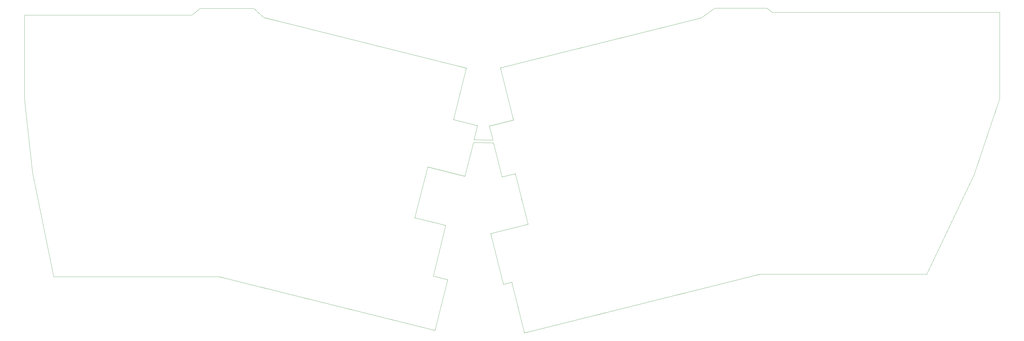
<source format=gbr>
%TF.GenerationSoftware,KiCad,Pcbnew,(5.1.7)-1*%
%TF.CreationDate,2021-08-08T11:48:14+10:00*%
%TF.ProjectId,ume,756d652e-6b69-4636-9164-5f7063625858,rev?*%
%TF.SameCoordinates,Original*%
%TF.FileFunction,Profile,NP*%
%FSLAX46Y46*%
G04 Gerber Fmt 4.6, Leading zero omitted, Abs format (unit mm)*
G04 Created by KiCad (PCBNEW (5.1.7)-1) date 2021-08-08 11:48:14*
%MOMM*%
%LPD*%
G01*
G04 APERTURE LIST*
%TA.AperFunction,Profile*%
%ADD10C,0.050000*%
%TD*%
G04 APERTURE END LIST*
D10*
X391400000Y-125300000D02*
X382100000Y-153000000D01*
X206800000Y-141400000D02*
X209900000Y-153800000D01*
X199500000Y-141300000D02*
X206800000Y-141400000D01*
X196400000Y-153600000D02*
X199500000Y-141300000D01*
X206600000Y-140400000D02*
X205300000Y-135300000D01*
X199700000Y-140300000D02*
X206600000Y-140400000D01*
X201000000Y-135100000D02*
X199700000Y-140300000D01*
X196900000Y-114100000D02*
X192200000Y-132900000D01*
X123000000Y-95700000D02*
X196900000Y-114100000D01*
X119400000Y-92400000D02*
X123000000Y-95700000D01*
X99800000Y-92400000D02*
X119400000Y-92400000D01*
X96800000Y-94800000D02*
X99800000Y-92400000D01*
X55300000Y-94800000D02*
X96800000Y-94800000D01*
X35800000Y-94800000D02*
X55300000Y-94800000D01*
X35800000Y-95000000D02*
X35800000Y-94800000D01*
X35800000Y-125300000D02*
X35800000Y-95000000D01*
X38700000Y-152300000D02*
X35800000Y-125300000D01*
X46400000Y-190200000D02*
X38700000Y-152300000D01*
X106800000Y-190200000D02*
X46400000Y-190200000D01*
X185500000Y-209800000D02*
X106800000Y-190200000D01*
X190100000Y-191300000D02*
X185500000Y-209800000D01*
X218100000Y-210700000D02*
X213500000Y-192300000D01*
X304000000Y-189300000D02*
X218100000Y-210700000D01*
X364800000Y-189300000D02*
X304000000Y-189300000D01*
X382100000Y-153000000D02*
X364800000Y-189300000D01*
X184900000Y-190000000D02*
X190100000Y-191300000D01*
X189400000Y-171500000D02*
X184900000Y-190000000D01*
X187800000Y-171100000D02*
X189400000Y-171500000D01*
X178100000Y-168700000D02*
X187800000Y-171100000D01*
X182800000Y-150200000D02*
X178100000Y-168700000D01*
X196400000Y-153600000D02*
X182800000Y-150200000D01*
X192200000Y-132900000D02*
X201000000Y-135100000D01*
X308400000Y-93800000D02*
X307800000Y-93300000D01*
X363300000Y-93800000D02*
X308400000Y-93800000D01*
X306500000Y-92300000D02*
X307800000Y-93300000D01*
X287500000Y-92300000D02*
X306500000Y-92300000D01*
X282600000Y-95800000D02*
X287500000Y-92300000D01*
X209300000Y-114000000D02*
X282600000Y-95800000D01*
X214100000Y-133100000D02*
X209300000Y-114000000D01*
X205300000Y-135300000D02*
X214100000Y-133100000D01*
X214800000Y-152600000D02*
X209900000Y-153800000D01*
X219400000Y-171100000D02*
X214800000Y-152600000D01*
X205800000Y-174500000D02*
X219400000Y-171100000D01*
X210400000Y-193000000D02*
X205800000Y-174500000D01*
X213600000Y-192200000D02*
X210400000Y-193000000D01*
X391400000Y-93800000D02*
X391400000Y-125300000D01*
X384800000Y-93800000D02*
X391400000Y-93800000D01*
X363300000Y-93800000D02*
X384800000Y-93800000D01*
M02*

</source>
